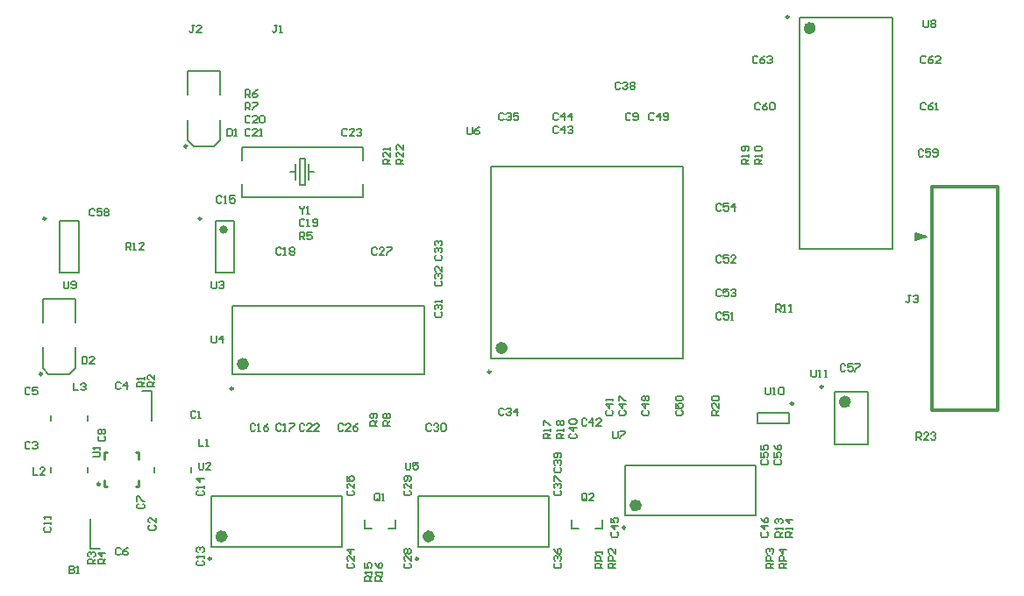
<source format=gbr>
%TF.GenerationSoftware,Altium Limited,Altium Designer,23.10.1 (27)*%
G04 Layer_Color=65535*
%FSLAX45Y45*%
%MOMM*%
%TF.SameCoordinates,E65562DB-48BA-4528-A783-DBC4A45482EB*%
%TF.FilePolarity,Positive*%
%TF.FileFunction,Legend,Top*%
%TF.Part,Single*%
G01*
G75*
%TA.AperFunction,NonConductor*%
%ADD54C,0.25000*%
%ADD64C,0.25400*%
%ADD65C,0.40000*%
%ADD102C,0.60000*%
%ADD103C,0.20000*%
%ADD104C,0.12700*%
%ADD105C,0.30000*%
%ADD106C,0.17000*%
G36*
X3280000Y250000D02*
X3170000Y213333D01*
Y286666D01*
X3280000Y250000D01*
D02*
G37*
D54*
X-3630000Y-2860000D02*
G03*
X-3630000Y-2860000I-12500J0D01*
G01*
X-1630000D02*
G03*
X-1630000Y-2860000I-12500J0D01*
G01*
X370000Y-2560000D02*
G03*
X370000Y-2560000I-12500J0D01*
G01*
X-3727500Y425500D02*
G03*
X-3727500Y425500I-12500J0D01*
G01*
X-932500Y-1055000D02*
G03*
X-932500Y-1055000I-12500J0D01*
G01*
X2277500Y-1200000D02*
G03*
X2277500Y-1200000I-12500J0D01*
G01*
X-3419750Y-1217500D02*
G03*
X-3419750Y-1217500I-12500J0D01*
G01*
X-5262500Y-1075000D02*
G03*
X-5262500Y-1075000I-12500J0D01*
G01*
X-5227500Y425500D02*
G03*
X-5227500Y425500I-12500J0D01*
G01*
X1992500Y-1362500D02*
G03*
X1992500Y-1362500I-12500J0D01*
G01*
X-3862500Y1125000D02*
G03*
X-3862500Y1125000I-12500J0D01*
G01*
X1947500Y2372500D02*
G03*
X1947500Y2372500I-12500J0D01*
G01*
D64*
X-4703200Y-2139700D02*
G03*
X-4703200Y-2139700I-12700J0D01*
G01*
X-4665100Y-1898400D02*
Y-1834900D01*
X-4639700D01*
X-4334900Y-2165100D02*
Y-2101600D01*
X-4360300Y-2165100D02*
X-4334900D01*
Y-1898400D02*
Y-1834900D01*
X-4360300D02*
X-4334900D01*
X-4665100Y-2165100D02*
X-4639700D01*
X-4665100D02*
Y-2101600D01*
D65*
X-3490000Y320000D02*
G03*
X-3490000Y320000I-20000J0D01*
G01*
D102*
X-3500000Y-2645000D02*
G03*
X-3500000Y-2645000I-30000J0D01*
G01*
X-1500000D02*
G03*
X-1500000Y-2645000I-30000J0D01*
G01*
X500000Y-2345000D02*
G03*
X500000Y-2345000I-30000J0D01*
G01*
X-795000Y-825000D02*
G03*
X-795000Y-825000I-30000J0D01*
G01*
X2520000Y-1345000D02*
G03*
X2520000Y-1345000I-30000J0D01*
G01*
X-3295000Y-980000D02*
G03*
X-3295000Y-980000I-30000J0D01*
G01*
X2180000Y2265000D02*
G03*
X2180000Y2265000I-30000J0D01*
G01*
D103*
X-4300000Y-1240000D02*
X-4290000D01*
X-3630000Y-2745000D02*
X-2370000Y-2745000D01*
X-3630000Y-2255000D02*
X-2370000Y-2255000D01*
X-3630000Y-2745000D02*
Y-2255000D01*
X-2370000Y-2745000D02*
Y-2255000D01*
X-1630000Y-2745000D02*
X-370000Y-2745000D01*
X-1630000Y-2255000D02*
X-370000Y-2255000D01*
X-1630000Y-2745000D02*
Y-2255000D01*
X-370000Y-2745000D02*
Y-2255000D01*
X370000Y-2445000D02*
X1630000Y-2445000D01*
X370000Y-1955000D02*
X1630000Y-1955000D01*
X370000Y-2445000D02*
Y-1955000D01*
X1630000Y-2445000D02*
Y-1955000D01*
X-3590000Y-100000D02*
Y400000D01*
X-3410000Y-100000D02*
Y400000D01*
X-3590000D02*
X-3410000D01*
X-3590000Y-100000D02*
X-3410000D01*
X925000Y925000D02*
X925000Y-925000D01*
X-925000Y-925000D02*
Y925000D01*
X925000D01*
X-925000Y-925000D02*
X925000Y-925000D01*
X-1854000Y-2565000D02*
Y-2483500D01*
X-1920000Y-2565000D02*
X-1854000D01*
X-2146000D02*
Y-2483500D01*
Y-2565000D02*
X-2080000D01*
X146000D02*
Y-2483500D01*
X80000Y-2565000D02*
X146000D01*
X-146000D02*
Y-2483500D01*
Y-2565000D02*
X-80000D01*
X2390000Y-1755000D02*
Y-1245000D01*
X2710000Y-1755000D02*
Y-1245000D01*
X2390000D02*
X2710000D01*
X2390000Y-1755000D02*
X2710000D01*
X-3425000Y-1080000D02*
X-1575000D01*
X-3425000Y-420000D02*
X-1575000D01*
X-3425000Y-1080000D02*
Y-420000D01*
X-1575000Y-1080000D02*
Y-420000D01*
X-4175000Y-2025000D02*
Y-1975000D01*
X-3825000Y-2025000D02*
Y-1975000D01*
X-5175000Y-2025000D02*
Y-1975000D01*
X-4825000Y-2025000D02*
Y-1975000D01*
X3170000Y213333D02*
X3280000Y250000D01*
X3170000Y213333D02*
Y286666D01*
X3170001D02*
X3280000Y250000D01*
X-5254999Y-1020000D02*
X-5200001Y-1075000D01*
X-5255000Y-350000D02*
X-4945000Y-350000D01*
X-5000000Y-1075000D02*
X-4945000Y-1020000D01*
X-5200001Y-1075000D02*
X-5000000D01*
X-5255000Y-580000D02*
X-5255000Y-350000D01*
X-4945000Y-350000D02*
X-4945000Y-580000D01*
X-4945000Y-1020000D02*
X-4945000Y-820000D01*
X-5255000Y-820000D02*
X-5254999Y-1020000D01*
X-5090000Y-100000D02*
X-4910000D01*
X-5090000Y400000D02*
X-4910000D01*
Y-100000D02*
Y400000D01*
X-5090000Y-100000D02*
Y400000D01*
X1955000Y-1550000D02*
Y-1450000D01*
X1645000Y-1550000D02*
Y-1450000D01*
X1955000D01*
X1645000Y-1550000D02*
X1955000D01*
X-4800000Y-2760000D02*
X-4700000D01*
X-4800000D02*
Y-2475000D01*
X-4200000Y-1525000D02*
Y-1240000D01*
X-4290000D02*
X-4200000D01*
X-4825000Y-1525000D02*
Y-1475000D01*
X-5175000Y-1525000D02*
Y-1475000D01*
X-3855000Y1380000D02*
X-3854999Y1180000D01*
X-3545000Y1180000D02*
X-3545000Y1380000D01*
X-3545000Y1850000D02*
X-3545000Y1620000D01*
X-3855000Y1620000D02*
X-3855000Y1850000D01*
X-3800001Y1125000D02*
X-3600000D01*
X-3545000Y1180000D01*
X-3855000Y1850000D02*
X-3545000Y1850000D01*
X-3854999Y1180000D02*
X-3800001Y1125000D01*
X2050000Y135000D02*
X2950000Y135000D01*
X2050000Y2365000D02*
X2950000Y2365000D01*
Y135000D02*
Y2365000D01*
X2050000Y135000D02*
Y2365000D01*
D104*
X-2165800Y1116300D02*
X-2165800Y989300D01*
X-3334200Y1116300D02*
X-2165800D01*
X-2686500Y875000D02*
X-2635700D01*
X-2686500Y798800D02*
Y951200D01*
X-2775400Y1002000D02*
X-2724600D01*
Y748000D02*
Y1002000D01*
X-2775400Y748000D02*
X-2724600D01*
X-2775400D02*
Y1002000D01*
X-2813500Y798800D02*
Y951200D01*
X-2864300Y875000D02*
X-2813500D01*
X-2165800Y633700D02*
X-2165800Y760700D01*
X-3334200D02*
X-3334200Y633700D01*
X-3334200Y989300D02*
X-3334200Y1116300D01*
Y633700D02*
X-2165800D01*
D105*
X3332500Y729500D02*
X3967500D01*
X3332500Y-1429500D02*
X3967500D01*
X3332500D02*
Y729500D01*
X3967500Y-1429500D02*
Y729500D01*
D106*
X-2775000Y544978D02*
Y533315D01*
X-2751674Y509989D01*
X-2728348Y533315D01*
Y544978D01*
X-2751674Y509989D02*
Y475000D01*
X-2705023D02*
X-2681697D01*
X-2693360D01*
Y544978D01*
X-2705023Y533315D01*
X-2316547Y1283315D02*
X-2328210Y1294978D01*
X-2351536D01*
X-2363199Y1283315D01*
Y1236663D01*
X-2351536Y1225000D01*
X-2328210D01*
X-2316547Y1236663D01*
X-2246570Y1225000D02*
X-2293221D01*
X-2246570Y1271652D01*
Y1283315D01*
X-2258233Y1294978D01*
X-2281559D01*
X-2293221Y1283315D01*
X-2223244D02*
X-2211581Y1294978D01*
X-2188255D01*
X-2176592Y1283315D01*
Y1271652D01*
X-2188255Y1259989D01*
X-2199918D01*
X-2188255D01*
X-2176592Y1248326D01*
Y1236663D01*
X-2188255Y1225000D01*
X-2211581D01*
X-2223244Y1236663D01*
X-3253348Y1283315D02*
X-3265011Y1294978D01*
X-3288337D01*
X-3300000Y1283315D01*
Y1236663D01*
X-3288337Y1225000D01*
X-3265011D01*
X-3253348Y1236663D01*
X-3183371Y1225000D02*
X-3230022D01*
X-3183371Y1271652D01*
Y1283315D01*
X-3195034Y1294978D01*
X-3218360D01*
X-3230022Y1283315D01*
X-3160045Y1225000D02*
X-3136719D01*
X-3148382D01*
Y1294978D01*
X-3160045Y1283315D01*
X-4451801Y125000D02*
Y194978D01*
X-4416812D01*
X-4405149Y183315D01*
Y159989D01*
X-4416812Y148326D01*
X-4451801D01*
X-4428475D02*
X-4405149Y125000D01*
X-4381823D02*
X-4358498D01*
X-4370160D01*
Y194978D01*
X-4381823Y183315D01*
X-4276857Y125000D02*
X-4323509D01*
X-4276857Y171652D01*
Y183315D01*
X-4288520Y194978D01*
X-4311846D01*
X-4323509Y183315D01*
X-3300000Y1475000D02*
Y1544978D01*
X-3265011D01*
X-3253348Y1533315D01*
Y1509989D01*
X-3265011Y1498326D01*
X-3300000D01*
X-3276674D02*
X-3253348Y1475000D01*
X-3230022Y1544978D02*
X-3183371D01*
Y1533315D01*
X-3230022Y1486663D01*
Y1475000D01*
X-3300000Y1600000D02*
Y1669978D01*
X-3265011D01*
X-3253348Y1658315D01*
Y1634989D01*
X-3265011Y1623326D01*
X-3300000D01*
X-3276674D02*
X-3253348Y1600000D01*
X-3183371Y1669978D02*
X-3206697Y1658315D01*
X-3230022Y1634989D01*
Y1611663D01*
X-3218360Y1600000D01*
X-3195034D01*
X-3183371Y1611663D01*
Y1623326D01*
X-3195034Y1634989D01*
X-3230022D01*
X-2775000Y225000D02*
Y294978D01*
X-2740011D01*
X-2728348Y283315D01*
Y259989D01*
X-2740011Y248326D01*
X-2775000D01*
X-2751674D02*
X-2728348Y225000D01*
X-2658371Y294978D02*
X-2705023D01*
Y259989D01*
X-2681697Y271652D01*
X-2670034D01*
X-2658371Y259989D01*
Y236663D01*
X-2670034Y225000D01*
X-2693360D01*
X-2705023Y236663D01*
X-3253348Y1408315D02*
X-3265011Y1419978D01*
X-3288337D01*
X-3300000Y1408315D01*
Y1361663D01*
X-3288337Y1350000D01*
X-3265011D01*
X-3253348Y1361663D01*
X-3183371Y1350000D02*
X-3230022D01*
X-3183371Y1396652D01*
Y1408315D01*
X-3195034Y1419978D01*
X-3218360D01*
X-3230022Y1408315D01*
X-3160045D02*
X-3148382Y1419978D01*
X-3125056D01*
X-3113393Y1408315D01*
Y1361663D01*
X-3125056Y1350000D01*
X-3148382D01*
X-3160045Y1361663D01*
Y1408315D01*
X-2728348Y408315D02*
X-2740011Y419978D01*
X-2763337D01*
X-2775000Y408315D01*
Y361663D01*
X-2763337Y350000D01*
X-2740011D01*
X-2728348Y361663D01*
X-2705023Y350000D02*
X-2681697D01*
X-2693360D01*
Y419978D01*
X-2705023Y408315D01*
X-2646708Y361663D02*
X-2635045Y350000D01*
X-2611719D01*
X-2600056Y361663D01*
Y408315D01*
X-2611719Y419978D01*
X-2635045D01*
X-2646708Y408315D01*
Y396652D01*
X-2635045Y384989D01*
X-2600056D01*
X-308315Y-1978348D02*
X-319978Y-1990011D01*
Y-2013337D01*
X-308315Y-2025000D01*
X-261663D01*
X-250000Y-2013337D01*
Y-1990011D01*
X-261663Y-1978348D01*
X-308315Y-1955023D02*
X-319978Y-1943360D01*
Y-1920034D01*
X-308315Y-1908371D01*
X-296652D01*
X-284989Y-1920034D01*
Y-1931697D01*
Y-1920034D01*
X-273326Y-1908371D01*
X-261663D01*
X-250000Y-1920034D01*
Y-1943360D01*
X-261663Y-1955023D01*
Y-1885045D02*
X-250000Y-1873382D01*
Y-1850056D01*
X-261663Y-1838393D01*
X-308315D01*
X-319978Y-1850056D01*
Y-1873382D01*
X-308315Y-1885045D01*
X-296652D01*
X-284989Y-1873382D01*
Y-1838393D01*
X321652Y1733315D02*
X309989Y1744977D01*
X286663D01*
X275000Y1733315D01*
Y1686663D01*
X286663Y1675000D01*
X309989D01*
X321652Y1686663D01*
X344977Y1733315D02*
X356640Y1744977D01*
X379966D01*
X391629Y1733315D01*
Y1721652D01*
X379966Y1709989D01*
X368303D01*
X379966D01*
X391629Y1698326D01*
Y1686663D01*
X379966Y1675000D01*
X356640D01*
X344977Y1686663D01*
X414955Y1733315D02*
X426618Y1744977D01*
X449944D01*
X461607Y1733315D01*
Y1721652D01*
X449944Y1709989D01*
X461607Y1698326D01*
Y1686663D01*
X449944Y1675000D01*
X426618D01*
X414955Y1686663D01*
Y1698326D01*
X426618Y1709989D01*
X414955Y1721652D01*
Y1733315D01*
X426618Y1709989D02*
X449944D01*
X-3348Y-1516685D02*
X-15011Y-1505022D01*
X-38337D01*
X-50000Y-1516685D01*
Y-1563337D01*
X-38337Y-1575000D01*
X-15011D01*
X-3348Y-1563337D01*
X54966Y-1575000D02*
Y-1505022D01*
X19978Y-1540011D01*
X66629D01*
X136607Y-1575000D02*
X89955D01*
X136607Y-1528348D01*
Y-1516685D01*
X124944Y-1505022D01*
X101618D01*
X89955Y-1516685D01*
X1296652Y-266686D02*
X1284989Y-255023D01*
X1261663D01*
X1250000Y-266686D01*
Y-313337D01*
X1261663Y-325000D01*
X1284989D01*
X1296652Y-313337D01*
X1366629Y-255023D02*
X1319978D01*
Y-290011D01*
X1343303Y-278348D01*
X1354966D01*
X1366629Y-290011D01*
Y-313337D01*
X1354966Y-325000D01*
X1331640D01*
X1319978Y-313337D01*
X1389955Y-266686D02*
X1401618Y-255023D01*
X1424944D01*
X1436607Y-266686D01*
Y-278348D01*
X1424944Y-290011D01*
X1413281D01*
X1424944D01*
X1436607Y-301674D01*
Y-313337D01*
X1424944Y-325000D01*
X1401618D01*
X1389955Y-313337D01*
X-278348Y1433315D02*
X-290011Y1444978D01*
X-313337D01*
X-325000Y1433315D01*
Y1386663D01*
X-313337Y1375000D01*
X-290011D01*
X-278348Y1386663D01*
X-220034Y1375000D02*
Y1444978D01*
X-255023Y1409989D01*
X-208371D01*
X-150056Y1375000D02*
Y1444978D01*
X-185045Y1409989D01*
X-138393D01*
X-1458315Y71652D02*
X-1469978Y59989D01*
Y36663D01*
X-1458315Y25000D01*
X-1411663D01*
X-1400000Y36663D01*
Y59989D01*
X-1411663Y71652D01*
X-1458315Y94977D02*
X-1469978Y106640D01*
Y129966D01*
X-1458315Y141629D01*
X-1446652D01*
X-1434989Y129966D01*
Y118303D01*
Y129966D01*
X-1423326Y141629D01*
X-1411663D01*
X-1400000Y129966D01*
Y106640D01*
X-1411663Y94977D01*
X-1458315Y164955D02*
X-1469978Y176618D01*
Y199944D01*
X-1458315Y211607D01*
X-1446652D01*
X-1434989Y199944D01*
Y188281D01*
Y199944D01*
X-1423326Y211607D01*
X-1411663D01*
X-1400000Y199944D01*
Y176618D01*
X-1411663Y164955D01*
X316685Y-1428348D02*
X305023Y-1440011D01*
Y-1463337D01*
X316685Y-1475000D01*
X363337D01*
X375000Y-1463337D01*
Y-1440011D01*
X363337Y-1428348D01*
X375000Y-1370034D02*
X305023D01*
X340011Y-1405023D01*
Y-1358371D01*
X305023Y-1335045D02*
Y-1288393D01*
X316685D01*
X363337Y-1335045D01*
X375000D01*
X1691685Y-2603348D02*
X1680023Y-2615011D01*
Y-2638337D01*
X1691685Y-2650000D01*
X1738337D01*
X1750000Y-2638337D01*
Y-2615011D01*
X1738337Y-2603348D01*
X1750000Y-2545034D02*
X1680023D01*
X1715011Y-2580023D01*
Y-2533371D01*
X1680023Y-2463393D02*
X1691685Y-2486719D01*
X1715011Y-2510045D01*
X1738337D01*
X1750000Y-2498382D01*
Y-2475056D01*
X1738337Y-2463393D01*
X1726674D01*
X1715011Y-2475056D01*
Y-2510045D01*
X241685Y-2603348D02*
X230022Y-2615011D01*
Y-2638337D01*
X241685Y-2650000D01*
X288337D01*
X300000Y-2638337D01*
Y-2615011D01*
X288337Y-2603348D01*
X300000Y-2545034D02*
X230022D01*
X265011Y-2580023D01*
Y-2533371D01*
X230022Y-2463393D02*
Y-2510045D01*
X265011D01*
X253348Y-2486719D01*
Y-2475056D01*
X265011Y-2463393D01*
X288337D01*
X300000Y-2475056D01*
Y-2498382D01*
X288337Y-2510045D01*
X1816685Y-1903348D02*
X1805023Y-1915011D01*
Y-1938337D01*
X1816685Y-1950000D01*
X1863337D01*
X1875000Y-1938337D01*
Y-1915011D01*
X1863337Y-1903348D01*
X1805023Y-1833371D02*
Y-1880022D01*
X1840011D01*
X1828348Y-1856697D01*
Y-1845034D01*
X1840011Y-1833371D01*
X1863337D01*
X1875000Y-1845034D01*
Y-1868359D01*
X1863337Y-1880022D01*
X1805023Y-1763393D02*
X1816685Y-1786719D01*
X1840011Y-1810045D01*
X1863337D01*
X1875000Y-1798382D01*
Y-1775056D01*
X1863337Y-1763393D01*
X1851674D01*
X1840011Y-1775056D01*
Y-1810045D01*
X1691685Y-1903348D02*
X1680023Y-1915011D01*
Y-1938337D01*
X1691685Y-1950000D01*
X1738337D01*
X1750000Y-1938337D01*
Y-1915011D01*
X1738337Y-1903348D01*
X1680023Y-1833371D02*
Y-1880022D01*
X1715011D01*
X1703348Y-1856697D01*
Y-1845034D01*
X1715011Y-1833371D01*
X1738337D01*
X1750000Y-1845034D01*
Y-1868359D01*
X1738337Y-1880022D01*
X1680023Y-1763393D02*
Y-1810045D01*
X1715011D01*
X1703348Y-1786719D01*
Y-1775056D01*
X1715011Y-1763393D01*
X1738337D01*
X1750000Y-1775056D01*
Y-1798382D01*
X1738337Y-1810045D01*
X-1758314Y-2203348D02*
X-1769977Y-2215011D01*
Y-2238337D01*
X-1758314Y-2250000D01*
X-1711663D01*
X-1700000Y-2238337D01*
Y-2215011D01*
X-1711663Y-2203348D01*
X-1700000Y-2133371D02*
Y-2180023D01*
X-1746652Y-2133371D01*
X-1758314D01*
X-1769977Y-2145034D01*
Y-2168360D01*
X-1758314Y-2180023D01*
X-1711663Y-2110045D02*
X-1700000Y-2098382D01*
Y-2075056D01*
X-1711663Y-2063393D01*
X-1758314D01*
X-1769977Y-2075056D01*
Y-2098382D01*
X-1758314Y-2110045D01*
X-1746652D01*
X-1734989Y-2098382D01*
Y-2063393D01*
X-1758314Y-2903348D02*
X-1769977Y-2915011D01*
Y-2938337D01*
X-1758314Y-2950000D01*
X-1711663D01*
X-1700000Y-2938337D01*
Y-2915011D01*
X-1711663Y-2903348D01*
X-1700000Y-2833371D02*
Y-2880022D01*
X-1746652Y-2833371D01*
X-1758314D01*
X-1769977Y-2845034D01*
Y-2868360D01*
X-1758314Y-2880022D01*
Y-2810045D02*
X-1769977Y-2798382D01*
Y-2775056D01*
X-1758314Y-2763393D01*
X-1746652D01*
X-1734989Y-2775056D01*
X-1723326Y-2763393D01*
X-1711663D01*
X-1700000Y-2775056D01*
Y-2798382D01*
X-1711663Y-2810045D01*
X-1723326D01*
X-1734989Y-2798382D01*
X-1746652Y-2810045D01*
X-1758314D01*
X-1734989Y-2798382D02*
Y-2775056D01*
X-308315Y-2203348D02*
X-319978Y-2215011D01*
Y-2238337D01*
X-308315Y-2250000D01*
X-261663D01*
X-250000Y-2238337D01*
Y-2215011D01*
X-261663Y-2203348D01*
X-308315Y-2180023D02*
X-319978Y-2168360D01*
Y-2145034D01*
X-308315Y-2133371D01*
X-296652D01*
X-284989Y-2145034D01*
Y-2156697D01*
Y-2145034D01*
X-273326Y-2133371D01*
X-261663D01*
X-250000Y-2145034D01*
Y-2168360D01*
X-261663Y-2180023D01*
X-319978Y-2110045D02*
Y-2063393D01*
X-308315D01*
X-261663Y-2110045D01*
X-250000D01*
X-308315Y-2903348D02*
X-319978Y-2915011D01*
Y-2938337D01*
X-308315Y-2950000D01*
X-261663D01*
X-250000Y-2938337D01*
Y-2915011D01*
X-261663Y-2903348D01*
X-308315Y-2880022D02*
X-319978Y-2868360D01*
Y-2845034D01*
X-308315Y-2833371D01*
X-296652D01*
X-284989Y-2845034D01*
Y-2856697D01*
Y-2845034D01*
X-273326Y-2833371D01*
X-261663D01*
X-250000Y-2845034D01*
Y-2868360D01*
X-261663Y-2880022D01*
X-319978Y-2763393D02*
X-308315Y-2786719D01*
X-284989Y-2810045D01*
X-261663D01*
X-250000Y-2798382D01*
Y-2775056D01*
X-261663Y-2763393D01*
X-273326D01*
X-284989Y-2775056D01*
Y-2810045D01*
X-3758315Y-2203348D02*
X-3769977Y-2215011D01*
Y-2238337D01*
X-3758315Y-2250000D01*
X-3711663D01*
X-3700000Y-2238337D01*
Y-2215011D01*
X-3711663Y-2203348D01*
X-3700000Y-2180023D02*
Y-2156697D01*
Y-2168360D01*
X-3769977D01*
X-3758315Y-2180023D01*
X-3700000Y-2086719D02*
X-3769977D01*
X-3734989Y-2121708D01*
Y-2075056D01*
X-3758315Y-2878348D02*
X-3769977Y-2890011D01*
Y-2913337D01*
X-3758315Y-2925000D01*
X-3711663D01*
X-3700000Y-2913337D01*
Y-2890011D01*
X-3711663Y-2878348D01*
X-3700000Y-2855022D02*
Y-2831697D01*
Y-2843360D01*
X-3769977D01*
X-3758315Y-2855022D01*
Y-2796708D02*
X-3769977Y-2785045D01*
Y-2761719D01*
X-3758315Y-2750056D01*
X-3746652D01*
X-3734989Y-2761719D01*
Y-2773382D01*
Y-2761719D01*
X-3723326Y-2750056D01*
X-3711663D01*
X-3700000Y-2761719D01*
Y-2785045D01*
X-3711663Y-2796708D01*
X-2308315Y-2203348D02*
X-2319978Y-2215011D01*
Y-2238337D01*
X-2308315Y-2250000D01*
X-2261663D01*
X-2250000Y-2238337D01*
Y-2215011D01*
X-2261663Y-2203348D01*
X-2250000Y-2133371D02*
Y-2180023D01*
X-2296652Y-2133371D01*
X-2308315D01*
X-2319978Y-2145034D01*
Y-2168360D01*
X-2308315Y-2180023D01*
X-2319978Y-2063393D02*
Y-2110045D01*
X-2284989D01*
X-2296652Y-2086719D01*
Y-2075056D01*
X-2284989Y-2063393D01*
X-2261663D01*
X-2250000Y-2075056D01*
Y-2098382D01*
X-2261663Y-2110045D01*
X-2308315Y-2903348D02*
X-2319978Y-2915011D01*
Y-2938337D01*
X-2308315Y-2950000D01*
X-2261663D01*
X-2250000Y-2938337D01*
Y-2915011D01*
X-2261663Y-2903348D01*
X-2250000Y-2833371D02*
Y-2880022D01*
X-2296652Y-2833371D01*
X-2308315D01*
X-2319978Y-2845034D01*
Y-2868360D01*
X-2308315Y-2880022D01*
X-2250000Y-2775056D02*
X-2319978D01*
X-2284989Y-2810045D01*
Y-2763393D01*
X2496652Y-991685D02*
X2484989Y-980022D01*
X2461663D01*
X2450000Y-991685D01*
Y-1038337D01*
X2461663Y-1050000D01*
X2484989D01*
X2496652Y-1038337D01*
X2566629Y-980022D02*
X2519977D01*
Y-1015011D01*
X2543303Y-1003348D01*
X2554966D01*
X2566629Y-1015011D01*
Y-1038337D01*
X2554966Y-1050000D01*
X2531640D01*
X2519977Y-1038337D01*
X2589955Y-980022D02*
X2636607D01*
Y-991685D01*
X2589955Y-1038337D01*
Y-1050000D01*
X866685Y-1428348D02*
X855022Y-1440011D01*
Y-1463337D01*
X866685Y-1475000D01*
X913337D01*
X925000Y-1463337D01*
Y-1440011D01*
X913337Y-1428348D01*
X855022Y-1358371D02*
Y-1405023D01*
X890011D01*
X878348Y-1381697D01*
Y-1370034D01*
X890011Y-1358371D01*
X913337D01*
X925000Y-1370034D01*
Y-1393360D01*
X913337Y-1405023D01*
X866685Y-1335045D02*
X855022Y-1323382D01*
Y-1300056D01*
X866685Y-1288393D01*
X913337D01*
X925000Y-1300056D01*
Y-1323382D01*
X913337Y-1335045D01*
X866685D01*
X1296652Y-491685D02*
X1284989Y-480022D01*
X1261663D01*
X1250000Y-491685D01*
Y-538337D01*
X1261663Y-550000D01*
X1284989D01*
X1296652Y-538337D01*
X1366629Y-480022D02*
X1319978D01*
Y-515011D01*
X1343303Y-503348D01*
X1354966D01*
X1366629Y-515011D01*
Y-538337D01*
X1354966Y-550000D01*
X1331640D01*
X1319978Y-538337D01*
X1389955Y-550000D02*
X1413281D01*
X1401618D01*
Y-480022D01*
X1389955Y-491685D01*
X191685Y-1428348D02*
X180022Y-1440011D01*
Y-1463337D01*
X191685Y-1475000D01*
X238337D01*
X250000Y-1463337D01*
Y-1440011D01*
X238337Y-1428348D01*
X250000Y-1370034D02*
X180022D01*
X215011Y-1405023D01*
Y-1358371D01*
X250000Y-1335045D02*
Y-1311719D01*
Y-1323382D01*
X180022D01*
X191685Y-1335045D01*
X646652Y1433315D02*
X634989Y1444978D01*
X611663D01*
X600000Y1433315D01*
Y1386663D01*
X611663Y1375000D01*
X634989D01*
X646652Y1386663D01*
X704966Y1375000D02*
Y1444978D01*
X669978Y1409989D01*
X716629D01*
X739955Y1386663D02*
X751618Y1375000D01*
X774944D01*
X786607Y1386663D01*
Y1433315D01*
X774944Y1444978D01*
X751618D01*
X739955Y1433315D01*
Y1421652D01*
X751618Y1409989D01*
X786607D01*
X-158315Y-1653348D02*
X-169978Y-1665011D01*
Y-1688337D01*
X-158315Y-1700000D01*
X-111663D01*
X-100000Y-1688337D01*
Y-1665011D01*
X-111663Y-1653348D01*
X-100000Y-1595034D02*
X-169978D01*
X-134989Y-1630022D01*
Y-1583371D01*
X-158315Y-1560045D02*
X-169978Y-1548382D01*
Y-1525056D01*
X-158315Y-1513393D01*
X-111663D01*
X-100000Y-1525056D01*
Y-1548382D01*
X-111663Y-1560045D01*
X-158315D01*
X421652Y1433315D02*
X409989Y1444978D01*
X386663D01*
X375000Y1433315D01*
Y1386663D01*
X386663Y1375000D01*
X409989D01*
X421652Y1386663D01*
X444978D02*
X456640Y1375000D01*
X479966D01*
X491629Y1386663D01*
Y1433315D01*
X479966Y1444978D01*
X456640D01*
X444978Y1433315D01*
Y1421652D01*
X456640Y1409989D01*
X491629D01*
X-1503348Y-1566685D02*
X-1515011Y-1555023D01*
X-1538337D01*
X-1550000Y-1566685D01*
Y-1613337D01*
X-1538337Y-1625000D01*
X-1515011D01*
X-1503348Y-1613337D01*
X-1480022Y-1566685D02*
X-1468360Y-1555023D01*
X-1445034D01*
X-1433371Y-1566685D01*
Y-1578348D01*
X-1445034Y-1590011D01*
X-1456697D01*
X-1445034D01*
X-1433371Y-1601674D01*
Y-1613337D01*
X-1445034Y-1625000D01*
X-1468360D01*
X-1480022Y-1613337D01*
X-1410045Y-1566685D02*
X-1398382Y-1555023D01*
X-1375056D01*
X-1363393Y-1566685D01*
Y-1613337D01*
X-1375056Y-1625000D01*
X-1398382D01*
X-1410045Y-1613337D01*
Y-1566685D01*
X-803348Y-1416686D02*
X-815011Y-1405023D01*
X-838337D01*
X-850000Y-1416686D01*
Y-1463337D01*
X-838337Y-1475000D01*
X-815011D01*
X-803348Y-1463337D01*
X-780023Y-1416686D02*
X-768360Y-1405023D01*
X-745034D01*
X-733371Y-1416686D01*
Y-1428348D01*
X-745034Y-1440011D01*
X-756697D01*
X-745034D01*
X-733371Y-1451674D01*
Y-1463337D01*
X-745034Y-1475000D01*
X-768360D01*
X-780023Y-1463337D01*
X-675056Y-1475000D02*
Y-1405023D01*
X-710045Y-1440011D01*
X-663393D01*
X-1458315Y-478348D02*
X-1469978Y-490011D01*
Y-513337D01*
X-1458315Y-525000D01*
X-1411663D01*
X-1400000Y-513337D01*
Y-490011D01*
X-1411663Y-478348D01*
X-1458315Y-455022D02*
X-1469978Y-443360D01*
Y-420034D01*
X-1458315Y-408371D01*
X-1446652D01*
X-1434989Y-420034D01*
Y-431697D01*
Y-420034D01*
X-1423326Y-408371D01*
X-1411663D01*
X-1400000Y-420034D01*
Y-443360D01*
X-1411663Y-455022D01*
X-1400000Y-385045D02*
Y-361719D01*
Y-373382D01*
X-1469978D01*
X-1458315Y-385045D01*
Y-178348D02*
X-1469978Y-190011D01*
Y-213337D01*
X-1458315Y-225000D01*
X-1411663D01*
X-1400000Y-213337D01*
Y-190011D01*
X-1411663Y-178348D01*
X-1458315Y-155023D02*
X-1469978Y-143360D01*
Y-120034D01*
X-1458315Y-108371D01*
X-1446652D01*
X-1434989Y-120034D01*
Y-131697D01*
Y-120034D01*
X-1423326Y-108371D01*
X-1411663D01*
X-1400000Y-120034D01*
Y-143360D01*
X-1411663Y-155023D01*
X-1400000Y-38393D02*
Y-85045D01*
X-1446652Y-38393D01*
X-1458315D01*
X-1469978Y-50056D01*
Y-73382D01*
X-1458315Y-85045D01*
X-278348Y1308315D02*
X-290011Y1319978D01*
X-313337D01*
X-325000Y1308315D01*
Y1261663D01*
X-313337Y1250000D01*
X-290011D01*
X-278348Y1261663D01*
X-220034Y1250000D02*
Y1319978D01*
X-255023Y1284989D01*
X-208371D01*
X-185045Y1308315D02*
X-173382Y1319978D01*
X-150056D01*
X-138393Y1308315D01*
Y1296652D01*
X-150056Y1284989D01*
X-161719D01*
X-150056D01*
X-138393Y1273326D01*
Y1261663D01*
X-150056Y1250000D01*
X-173382D01*
X-185045Y1261663D01*
X-803348Y1433315D02*
X-815011Y1444978D01*
X-838337D01*
X-850000Y1433315D01*
Y1386663D01*
X-838337Y1375000D01*
X-815011D01*
X-803348Y1386663D01*
X-780023Y1433315D02*
X-768360Y1444978D01*
X-745034D01*
X-733371Y1433315D01*
Y1421652D01*
X-745034Y1409989D01*
X-756697D01*
X-745034D01*
X-733371Y1398326D01*
Y1386663D01*
X-745034Y1375000D01*
X-768360D01*
X-780023Y1386663D01*
X-663393Y1444978D02*
X-710045D01*
Y1409989D01*
X-686719Y1421652D01*
X-675056D01*
X-663393Y1409989D01*
Y1386663D01*
X-675056Y1375000D01*
X-698382D01*
X-710045Y1386663D01*
X1296652Y558315D02*
X1284989Y569978D01*
X1261663D01*
X1250000Y558315D01*
Y511663D01*
X1261663Y500000D01*
X1284989D01*
X1296652Y511663D01*
X1366629Y569978D02*
X1319978D01*
Y534989D01*
X1343303Y546652D01*
X1354966D01*
X1366629Y534989D01*
Y511663D01*
X1354966Y500000D01*
X1331640D01*
X1319978Y511663D01*
X1424944Y500000D02*
Y569978D01*
X1389955Y534989D01*
X1436607D01*
X541685Y-1428348D02*
X530023Y-1440011D01*
Y-1463337D01*
X541685Y-1475000D01*
X588337D01*
X600000Y-1463337D01*
Y-1440011D01*
X588337Y-1428348D01*
X600000Y-1370034D02*
X530023D01*
X565011Y-1405023D01*
Y-1358371D01*
X541685Y-1335045D02*
X530023Y-1323382D01*
Y-1300056D01*
X541685Y-1288393D01*
X553348D01*
X565011Y-1300056D01*
X576674Y-1288393D01*
X588337D01*
X600000Y-1300056D01*
Y-1323382D01*
X588337Y-1335045D01*
X576674D01*
X565011Y-1323382D01*
X553348Y-1335045D01*
X541685D01*
X565011Y-1323382D02*
Y-1300056D01*
X1296652Y58315D02*
X1284989Y69978D01*
X1261663D01*
X1250000Y58315D01*
Y11663D01*
X1261663Y0D01*
X1284989D01*
X1296652Y11663D01*
X1366629Y69978D02*
X1319978D01*
Y34989D01*
X1343303Y46652D01*
X1354966D01*
X1366629Y34989D01*
Y11663D01*
X1354966Y0D01*
X1331640D01*
X1319978Y11663D01*
X1436607Y0D02*
X1389955D01*
X1436607Y46652D01*
Y58315D01*
X1424944Y69978D01*
X1401618D01*
X1389955Y58315D01*
X-2028348Y133315D02*
X-2040011Y144978D01*
X-2063337D01*
X-2075000Y133315D01*
Y86663D01*
X-2063337Y75000D01*
X-2040011D01*
X-2028348Y86663D01*
X-1958371Y75000D02*
X-2005022D01*
X-1958371Y121652D01*
Y133315D01*
X-1970034Y144978D01*
X-1993359D01*
X-2005022Y133315D01*
X-1935045Y144978D02*
X-1888393D01*
Y133315D01*
X-1935045Y86663D01*
Y75000D01*
X-2953348Y133315D02*
X-2965011Y144978D01*
X-2988337D01*
X-3000000Y133315D01*
Y86663D01*
X-2988337Y75000D01*
X-2965011D01*
X-2953348Y86663D01*
X-2930023Y75000D02*
X-2906697D01*
X-2918360D01*
Y144978D01*
X-2930023Y133315D01*
X-2871708D02*
X-2860045Y144978D01*
X-2836719D01*
X-2825056Y133315D01*
Y121652D01*
X-2836719Y109989D01*
X-2825056Y98326D01*
Y86663D01*
X-2836719Y75000D01*
X-2860045D01*
X-2871708Y86663D01*
Y98326D01*
X-2860045Y109989D01*
X-2871708Y121652D01*
Y133315D01*
X-2860045Y109989D02*
X-2836719D01*
X-2353348Y-1566685D02*
X-2365011Y-1555023D01*
X-2388337D01*
X-2400000Y-1566685D01*
Y-1613337D01*
X-2388337Y-1625000D01*
X-2365011D01*
X-2353348Y-1613337D01*
X-2283371Y-1625000D02*
X-2330023D01*
X-2283371Y-1578348D01*
Y-1566685D01*
X-2295034Y-1555023D01*
X-2318360D01*
X-2330023Y-1566685D01*
X-2213393Y-1555023D02*
X-2236719Y-1566685D01*
X-2260045Y-1590011D01*
Y-1613337D01*
X-2248382Y-1625000D01*
X-2225056D01*
X-2213393Y-1613337D01*
Y-1601674D01*
X-2225056Y-1590011D01*
X-2260045D01*
X-2728348Y-1566685D02*
X-2740011Y-1555023D01*
X-2763337D01*
X-2775000Y-1566685D01*
Y-1613337D01*
X-2763337Y-1625000D01*
X-2740011D01*
X-2728348Y-1613337D01*
X-2658371Y-1625000D02*
X-2705023D01*
X-2658371Y-1578348D01*
Y-1566685D01*
X-2670034Y-1555023D01*
X-2693360D01*
X-2705023Y-1566685D01*
X-2588393Y-1625000D02*
X-2635045D01*
X-2588393Y-1578348D01*
Y-1566685D01*
X-2600056Y-1555023D01*
X-2623382D01*
X-2635045Y-1566685D01*
X-2953348D02*
X-2965011Y-1555023D01*
X-2988337D01*
X-3000000Y-1566685D01*
Y-1613337D01*
X-2988337Y-1625000D01*
X-2965011D01*
X-2953348Y-1613337D01*
X-2930023Y-1625000D02*
X-2906697D01*
X-2918360D01*
Y-1555023D01*
X-2930023Y-1566685D01*
X-2871708Y-1555023D02*
X-2825056D01*
Y-1566685D01*
X-2871708Y-1613337D01*
Y-1625000D01*
X-3203348Y-1566685D02*
X-3215011Y-1555023D01*
X-3238337D01*
X-3250000Y-1566685D01*
Y-1613337D01*
X-3238337Y-1625000D01*
X-3215011D01*
X-3203348Y-1613337D01*
X-3180023Y-1625000D02*
X-3156697D01*
X-3168360D01*
Y-1555023D01*
X-3180023Y-1566685D01*
X-3075056Y-1555023D02*
X-3098382Y-1566685D01*
X-3121708Y-1590011D01*
Y-1613337D01*
X-3110045Y-1625000D01*
X-3086719D01*
X-3075056Y-1613337D01*
Y-1601674D01*
X-3086719Y-1590011D01*
X-3121708D01*
X-3528348Y633315D02*
X-3540011Y644978D01*
X-3563337D01*
X-3575000Y633315D01*
Y586663D01*
X-3563337Y575000D01*
X-3540011D01*
X-3528348Y586663D01*
X-3505022Y575000D02*
X-3481697D01*
X-3493360D01*
Y644978D01*
X-3505022Y633315D01*
X-3400056Y644978D02*
X-3446708D01*
Y609989D01*
X-3423382Y621652D01*
X-3411719D01*
X-3400056Y609989D01*
Y586663D01*
X-3411719Y575000D01*
X-3435045D01*
X-3446708Y586663D01*
X-4755158Y508314D02*
X-4766821Y519977D01*
X-4790147D01*
X-4801810Y508314D01*
Y461663D01*
X-4790147Y450000D01*
X-4766821D01*
X-4755158Y461663D01*
X-4685181Y519977D02*
X-4731832D01*
Y484989D01*
X-4708506Y496652D01*
X-4696844D01*
X-4685181Y484989D01*
Y461663D01*
X-4696844Y450000D01*
X-4720169D01*
X-4731832Y461663D01*
X-4661855Y508314D02*
X-4650192Y519977D01*
X-4626866D01*
X-4615203Y508314D01*
Y496652D01*
X-4626866Y484989D01*
X-4615203Y473326D01*
Y461663D01*
X-4626866Y450000D01*
X-4650192D01*
X-4661855Y461663D01*
Y473326D01*
X-4650192Y484989D01*
X-4661855Y496652D01*
Y508314D01*
X-4650192Y484989D02*
X-4626866D01*
X3246652Y1083315D02*
X3234989Y1094977D01*
X3211663D01*
X3200000Y1083315D01*
Y1036663D01*
X3211663Y1025000D01*
X3234989D01*
X3246652Y1036663D01*
X3316629Y1094977D02*
X3269977D01*
Y1059989D01*
X3293303Y1071652D01*
X3304966D01*
X3316629Y1059989D01*
Y1036663D01*
X3304966Y1025000D01*
X3281640D01*
X3269977Y1036663D01*
X3339955D02*
X3351618Y1025000D01*
X3374944D01*
X3386607Y1036663D01*
Y1083315D01*
X3374944Y1094977D01*
X3351618D01*
X3339955Y1083315D01*
Y1071652D01*
X3351618Y1059989D01*
X3386607D01*
X3271652Y1533315D02*
X3259989Y1544978D01*
X3236663D01*
X3225000Y1533315D01*
Y1486663D01*
X3236663Y1475000D01*
X3259989D01*
X3271652Y1486663D01*
X3341629Y1544978D02*
X3318303Y1533315D01*
X3294977Y1509989D01*
Y1486663D01*
X3306640Y1475000D01*
X3329966D01*
X3341629Y1486663D01*
Y1498326D01*
X3329966Y1509989D01*
X3294977D01*
X3364955Y1475000D02*
X3388281D01*
X3376618D01*
Y1544978D01*
X3364955Y1533315D01*
X1671652D02*
X1659989Y1544978D01*
X1636663D01*
X1625000Y1533315D01*
Y1486663D01*
X1636663Y1475000D01*
X1659989D01*
X1671652Y1486663D01*
X1741629Y1544978D02*
X1718303Y1533315D01*
X1694978Y1509989D01*
Y1486663D01*
X1706640Y1475000D01*
X1729966D01*
X1741629Y1486663D01*
Y1498326D01*
X1729966Y1509989D01*
X1694978D01*
X1764955Y1533315D02*
X1776618Y1544978D01*
X1799944D01*
X1811607Y1533315D01*
Y1486663D01*
X1799944Y1475000D01*
X1776618D01*
X1764955Y1486663D01*
Y1533315D01*
X3271652Y1983315D02*
X3259989Y1994977D01*
X3236663D01*
X3225000Y1983315D01*
Y1936663D01*
X3236663Y1925000D01*
X3259989D01*
X3271652Y1936663D01*
X3341629Y1994977D02*
X3318303Y1983315D01*
X3294977Y1959989D01*
Y1936663D01*
X3306640Y1925000D01*
X3329966D01*
X3341629Y1936663D01*
Y1948326D01*
X3329966Y1959989D01*
X3294977D01*
X3411607Y1925000D02*
X3364955D01*
X3411607Y1971652D01*
Y1983315D01*
X3399944Y1994977D01*
X3376618D01*
X3364955Y1983315D01*
X1646652D02*
X1634989Y1994977D01*
X1611663D01*
X1600000Y1983315D01*
Y1936663D01*
X1611663Y1925000D01*
X1634989D01*
X1646652Y1936663D01*
X1716629Y1994977D02*
X1693303Y1983315D01*
X1669978Y1959989D01*
Y1936663D01*
X1681641Y1925000D01*
X1704966D01*
X1716629Y1936663D01*
Y1948326D01*
X1704966Y1959989D01*
X1669978D01*
X1739955Y1983315D02*
X1751618Y1994977D01*
X1774944D01*
X1786607Y1983315D01*
Y1971652D01*
X1774944Y1959989D01*
X1763281D01*
X1774944D01*
X1786607Y1948326D01*
Y1936663D01*
X1774944Y1925000D01*
X1751618D01*
X1739955Y1936663D01*
X1825000Y-475000D02*
Y-405023D01*
X1859989D01*
X1871652Y-416685D01*
Y-440011D01*
X1859989Y-451674D01*
X1825000D01*
X1848326D02*
X1871652Y-475000D01*
X1894977D02*
X1918303D01*
X1906640D01*
Y-405023D01*
X1894977Y-416685D01*
X1953292Y-475000D02*
X1976618D01*
X1964955D01*
Y-405023D01*
X1953292Y-416685D01*
X-3750000Y-1930023D02*
Y-1988337D01*
X-3738337Y-2000000D01*
X-3715011D01*
X-3703348Y-1988337D01*
Y-1930023D01*
X-3633371Y-2000000D02*
X-3680023D01*
X-3633371Y-1953348D01*
Y-1941685D01*
X-3645034Y-1930023D01*
X-3668360D01*
X-3680023Y-1941685D01*
X-1750000Y-1930023D02*
Y-1988337D01*
X-1738337Y-2000000D01*
X-1715011D01*
X-1703348Y-1988337D01*
Y-1930023D01*
X-1633371D02*
X-1680023D01*
Y-1965011D01*
X-1656697Y-1953348D01*
X-1645034D01*
X-1633371Y-1965011D01*
Y-1988337D01*
X-1645034Y-2000000D01*
X-1668360D01*
X-1680023Y-1988337D01*
X250000Y-1630022D02*
Y-1688337D01*
X261663Y-1700000D01*
X284989D01*
X296652Y-1688337D01*
Y-1630022D01*
X319978D02*
X366629D01*
Y-1641685D01*
X319978Y-1688337D01*
Y-1700000D01*
X-5051801Y-180022D02*
Y-238337D01*
X-5040138Y-250000D01*
X-5016812D01*
X-5005149Y-238337D01*
Y-180022D01*
X-4981823Y-238337D02*
X-4970160Y-250000D01*
X-4946835D01*
X-4935172Y-238337D01*
Y-191685D01*
X-4946835Y-180022D01*
X-4970160D01*
X-4981823Y-191685D01*
Y-203348D01*
X-4970160Y-215011D01*
X-4935172D01*
X-3625000Y-180022D02*
Y-238337D01*
X-3613337Y-250000D01*
X-3590011D01*
X-3578348Y-238337D01*
Y-180022D01*
X-3555023Y-191685D02*
X-3543360Y-180022D01*
X-3520034D01*
X-3508371Y-191685D01*
Y-203348D01*
X-3520034Y-215011D01*
X-3531697D01*
X-3520034D01*
X-3508371Y-226674D01*
Y-238337D01*
X-3520034Y-250000D01*
X-3543360D01*
X-3555023Y-238337D01*
X3250000Y2344978D02*
Y2286663D01*
X3261663Y2275000D01*
X3284989D01*
X3296652Y2286663D01*
Y2344978D01*
X3319978Y2333315D02*
X3331641Y2344978D01*
X3354966D01*
X3366629Y2333315D01*
Y2321652D01*
X3354966Y2309989D01*
X3366629Y2298326D01*
Y2286663D01*
X3354966Y2275000D01*
X3331641D01*
X3319978Y2286663D01*
Y2298326D01*
X3331641Y2309989D01*
X3319978Y2321652D01*
Y2333315D01*
X3331641Y2309989D02*
X3354966D01*
X-1156139Y1309877D02*
Y1251563D01*
X-1144476Y1239900D01*
X-1121150D01*
X-1109487Y1251563D01*
Y1309877D01*
X-1039510D02*
X-1062836Y1298215D01*
X-1086161Y1274889D01*
Y1251563D01*
X-1074498Y1239900D01*
X-1051173D01*
X-1039510Y1251563D01*
Y1263226D01*
X-1051173Y1274889D01*
X-1086161D01*
X-5000000Y-2930023D02*
Y-3000000D01*
X-4965011D01*
X-4953348Y-2988337D01*
Y-2976674D01*
X-4965011Y-2965011D01*
X-5000000D01*
X-4965011D01*
X-4953348Y-2953348D01*
Y-2941686D01*
X-4965011Y-2930023D01*
X-5000000D01*
X-4930023Y-3000000D02*
X-4906697D01*
X-4918360D01*
Y-2930023D01*
X-4930023Y-2941686D01*
X-4175000Y-1200000D02*
X-4244978D01*
Y-1165011D01*
X-4233315Y-1153348D01*
X-4209989D01*
X-4198326Y-1165011D01*
Y-1200000D01*
Y-1176674D02*
X-4175000Y-1153348D01*
Y-1083371D02*
Y-1130022D01*
X-4221652Y-1083371D01*
X-4233315D01*
X-4244978Y-1095034D01*
Y-1118359D01*
X-4233315Y-1130022D01*
X-4275000Y-1200000D02*
X-4344978D01*
Y-1165011D01*
X-4333315Y-1153348D01*
X-4309989D01*
X-4298326Y-1165011D01*
Y-1200000D01*
Y-1176674D02*
X-4275000Y-1153348D01*
Y-1130022D02*
Y-1106697D01*
Y-1118359D01*
X-4344978D01*
X-4333315Y-1130022D01*
X-4650000Y-2910000D02*
X-4719978D01*
Y-2875011D01*
X-4708315Y-2863348D01*
X-4684989D01*
X-4673326Y-2875011D01*
Y-2910000D01*
Y-2886674D02*
X-4650000Y-2863348D01*
Y-2805034D02*
X-4719978D01*
X-4684989Y-2840023D01*
Y-2793371D01*
X-4750000Y-2910000D02*
X-4819977D01*
Y-2875011D01*
X-4808314Y-2863348D01*
X-4784989D01*
X-4773326Y-2875011D01*
Y-2910000D01*
Y-2886674D02*
X-4750000Y-2863348D01*
X-4808314Y-2840023D02*
X-4819977Y-2828360D01*
Y-2805034D01*
X-4808314Y-2793371D01*
X-4796652D01*
X-4784989Y-2805034D01*
Y-2816697D01*
Y-2805034D01*
X-4773326Y-2793371D01*
X-4761663D01*
X-4750000Y-2805034D01*
Y-2828360D01*
X-4761663Y-2840023D01*
X-5350000Y-1980022D02*
Y-2050000D01*
X-5303348D01*
X-5233371D02*
X-5280022D01*
X-5233371Y-2003348D01*
Y-1991685D01*
X-5245034Y-1980022D01*
X-5268360D01*
X-5280022Y-1991685D01*
X-3750000Y-1705022D02*
Y-1775000D01*
X-3703348D01*
X-3680023D02*
X-3656697D01*
X-3668360D01*
Y-1705022D01*
X-3680023Y-1716685D01*
X-5378348Y-1741685D02*
X-5390011Y-1730022D01*
X-5413337D01*
X-5425000Y-1741685D01*
Y-1788337D01*
X-5413337Y-1800000D01*
X-5390011D01*
X-5378348Y-1788337D01*
X-5355023Y-1741685D02*
X-5343360Y-1730022D01*
X-5320034D01*
X-5308371Y-1741685D01*
Y-1753348D01*
X-5320034Y-1765011D01*
X-5331697D01*
X-5320034D01*
X-5308371Y-1776674D01*
Y-1788337D01*
X-5320034Y-1800000D01*
X-5343360D01*
X-5355023Y-1788337D01*
X-5378348Y-1216685D02*
X-5390011Y-1205022D01*
X-5413337D01*
X-5425000Y-1216685D01*
Y-1263337D01*
X-5413337Y-1275000D01*
X-5390011D01*
X-5378348Y-1263337D01*
X-5308371Y-1205022D02*
X-5355023D01*
Y-1240011D01*
X-5331697Y-1228348D01*
X-5320034D01*
X-5308371Y-1240011D01*
Y-1263337D01*
X-5320034Y-1275000D01*
X-5343360D01*
X-5355023Y-1263337D01*
X-4333315Y-2328348D02*
X-4344978Y-2340011D01*
Y-2363337D01*
X-4333315Y-2375000D01*
X-4286663D01*
X-4275000Y-2363337D01*
Y-2340011D01*
X-4286663Y-2328348D01*
X-4344978Y-2305023D02*
Y-2258371D01*
X-4333315D01*
X-4286663Y-2305023D01*
X-4275000D01*
X-4503348Y-1166685D02*
X-4515011Y-1155023D01*
X-4538337D01*
X-4550000Y-1166685D01*
Y-1213337D01*
X-4538337Y-1225000D01*
X-4515011D01*
X-4503348Y-1213337D01*
X-4445034Y-1225000D02*
Y-1155023D01*
X-4480023Y-1190011D01*
X-4433371D01*
X-4503348Y-2766685D02*
X-4515011Y-2755022D01*
X-4538337D01*
X-4550000Y-2766685D01*
Y-2813337D01*
X-4538337Y-2825000D01*
X-4515011D01*
X-4503348Y-2813337D01*
X-4433371Y-2755022D02*
X-4456697Y-2766685D01*
X-4480023Y-2790011D01*
Y-2813337D01*
X-4468360Y-2825000D01*
X-4445034D01*
X-4433371Y-2813337D01*
Y-2801674D01*
X-4445034Y-2790011D01*
X-4480023D01*
X-3778348Y-1441685D02*
X-3790011Y-1430023D01*
X-3813337D01*
X-3825000Y-1441685D01*
Y-1488337D01*
X-3813337Y-1500000D01*
X-3790011D01*
X-3778348Y-1488337D01*
X-3755022Y-1500000D02*
X-3731697D01*
X-3743360D01*
Y-1430023D01*
X-3755022Y-1441685D01*
X-4708315Y-1678348D02*
X-4719978Y-1690011D01*
Y-1713337D01*
X-4708315Y-1725000D01*
X-4661663D01*
X-4650000Y-1713337D01*
Y-1690011D01*
X-4661663Y-1678348D01*
X-4708315Y-1655023D02*
X-4719978Y-1643360D01*
Y-1620034D01*
X-4708315Y-1608371D01*
X-4696652D01*
X-4684989Y-1620034D01*
X-4673326Y-1608371D01*
X-4661663D01*
X-4650000Y-1620034D01*
Y-1643360D01*
X-4661663Y-1655023D01*
X-4673326D01*
X-4684989Y-1643360D01*
X-4696652Y-1655023D01*
X-4708315D01*
X-4684989Y-1643360D02*
Y-1620034D01*
X-5233315Y-2553348D02*
X-5244978Y-2565011D01*
Y-2588337D01*
X-5233315Y-2600000D01*
X-5186663D01*
X-5175000Y-2588337D01*
Y-2565011D01*
X-5186663Y-2553348D01*
X-5175000Y-2530022D02*
Y-2506697D01*
Y-2518359D01*
X-5244978D01*
X-5233315Y-2530022D01*
X-5175000Y-2471708D02*
Y-2448382D01*
Y-2460045D01*
X-5244978D01*
X-5233315Y-2471708D01*
X-4769978Y-1875000D02*
X-4711663D01*
X-4700000Y-1863337D01*
Y-1840011D01*
X-4711663Y-1828348D01*
X-4769978D01*
X-4700000Y-1805023D02*
Y-1781697D01*
Y-1793360D01*
X-4769978D01*
X-4758315Y-1805023D01*
X-2025000Y-1575000D02*
X-2094978D01*
Y-1540011D01*
X-2083315Y-1528348D01*
X-2059989D01*
X-2048326Y-1540011D01*
Y-1575000D01*
Y-1551674D02*
X-2025000Y-1528348D01*
X-2036663Y-1505022D02*
X-2025000Y-1493359D01*
Y-1470034D01*
X-2036663Y-1458371D01*
X-2083315D01*
X-2094978Y-1470034D01*
Y-1493359D01*
X-2083315Y-1505022D01*
X-2071652D01*
X-2059989Y-1493359D01*
Y-1458371D01*
X-1900000Y-1575000D02*
X-1969978D01*
Y-1540011D01*
X-1958315Y-1528348D01*
X-1934989D01*
X-1923326Y-1540011D01*
Y-1575000D01*
Y-1551674D02*
X-1900000Y-1528348D01*
X-1958315Y-1505022D02*
X-1969978Y-1493359D01*
Y-1470034D01*
X-1958315Y-1458371D01*
X-1946652D01*
X-1934989Y-1470034D01*
X-1923326Y-1458371D01*
X-1911663D01*
X-1900000Y-1470034D01*
Y-1493359D01*
X-1911663Y-1505022D01*
X-1923326D01*
X-1934989Y-1493359D01*
X-1946652Y-1505022D01*
X-1958315D01*
X-1934989Y-1493359D02*
Y-1470034D01*
X-3348Y-2288337D02*
Y-2241685D01*
X-15011Y-2230022D01*
X-38337D01*
X-50000Y-2241685D01*
Y-2288337D01*
X-38337Y-2300000D01*
X-15011D01*
X-26674Y-2276674D02*
X-3348Y-2300000D01*
X-15011D02*
X-3348Y-2288337D01*
X66629Y-2300000D02*
X19978D01*
X66629Y-2253348D01*
Y-2241685D01*
X54966Y-2230022D01*
X31641D01*
X19978Y-2241685D01*
X-2003348Y-2288337D02*
Y-2241685D01*
X-2015011Y-2230022D01*
X-2038337D01*
X-2050000Y-2241685D01*
Y-2288337D01*
X-2038337Y-2300000D01*
X-2015011D01*
X-2026674Y-2276674D02*
X-2003348Y-2300000D01*
X-2015011D02*
X-2003348Y-2288337D01*
X-1980022Y-2300000D02*
X-1956697D01*
X-1968360D01*
Y-2230022D01*
X-1980022Y-2241685D01*
X-3793348Y2294978D02*
X-3816674D01*
X-3805011D01*
Y2236663D01*
X-3816674Y2225000D01*
X-3828337D01*
X-3840000Y2236663D01*
X-3723371Y2225000D02*
X-3770022D01*
X-3723371Y2271652D01*
Y2283315D01*
X-3735034Y2294978D01*
X-3758360D01*
X-3770022Y2283315D01*
X1686801Y950000D02*
X1616824D01*
Y984989D01*
X1628486Y996652D01*
X1651812D01*
X1663475Y984989D01*
Y950000D01*
Y973326D02*
X1686801Y996652D01*
Y1019977D02*
Y1043303D01*
Y1031640D01*
X1616824D01*
X1628486Y1019977D01*
Y1078292D02*
X1616824Y1089955D01*
Y1113281D01*
X1628486Y1124944D01*
X1675138D01*
X1686801Y1113281D01*
Y1089955D01*
X1675138Y1078292D01*
X1628486D01*
X-3475000Y1294978D02*
Y1225000D01*
X-3440011D01*
X-3428348Y1236663D01*
Y1283315D01*
X-3440011Y1294978D01*
X-3475000D01*
X-3405022Y1225000D02*
X-3381697D01*
X-3393359D01*
Y1294978D01*
X-3405022Y1283315D01*
X-2991547Y2294977D02*
X-3014873D01*
X-3003210D01*
Y2236663D01*
X-3014873Y2225000D01*
X-3026536D01*
X-3038199Y2236663D01*
X-2968221Y2225000D02*
X-2944896D01*
X-2956558D01*
Y2294977D01*
X-2968221Y2283314D01*
X1888215Y-2650016D02*
X1818237D01*
Y-2615027D01*
X1829900Y-2603364D01*
X1853226D01*
X1864889Y-2615027D01*
Y-2650016D01*
Y-2626690D02*
X1888215Y-2603364D01*
Y-2580038D02*
Y-2556712D01*
Y-2568375D01*
X1818237D01*
X1829900Y-2580038D01*
Y-2521724D02*
X1818237Y-2510061D01*
Y-2486735D01*
X1829900Y-2475072D01*
X1841563D01*
X1853226Y-2486735D01*
Y-2498398D01*
Y-2486735D01*
X1864889Y-2475072D01*
X1876552D01*
X1888215Y-2486735D01*
Y-2510061D01*
X1876552Y-2521724D01*
X1986769Y-2650000D02*
X1916792D01*
Y-2615011D01*
X1928455Y-2603348D01*
X1951781D01*
X1963444Y-2615011D01*
Y-2650000D01*
Y-2626674D02*
X1986769Y-2603348D01*
Y-2580023D02*
Y-2556697D01*
Y-2568360D01*
X1916792D01*
X1928455Y-2580023D01*
X1986769Y-2486719D02*
X1916792D01*
X1951781Y-2521708D01*
Y-2475056D01*
X-2075000Y-3075000D02*
X-2144977D01*
Y-3040011D01*
X-2133315Y-3028348D01*
X-2109989D01*
X-2098326Y-3040011D01*
Y-3075000D01*
Y-3051674D02*
X-2075000Y-3028348D01*
Y-3005022D02*
Y-2981696D01*
Y-2993359D01*
X-2144977D01*
X-2133315Y-3005022D01*
X-2144977Y-2900056D02*
Y-2946708D01*
X-2109989D01*
X-2121652Y-2923382D01*
Y-2911719D01*
X-2109989Y-2900056D01*
X-2086663D01*
X-2075000Y-2911719D01*
Y-2935045D01*
X-2086663Y-2946708D01*
X-1975000Y-3075000D02*
X-2044978D01*
Y-3040011D01*
X-2033315Y-3028348D01*
X-2009989D01*
X-1998326Y-3040011D01*
Y-3075000D01*
Y-3051674D02*
X-1975000Y-3028348D01*
Y-3005022D02*
Y-2981696D01*
Y-2993359D01*
X-2044978D01*
X-2033315Y-3005022D01*
X-2044978Y-2900056D02*
X-2033315Y-2923382D01*
X-2009989Y-2946708D01*
X-1986663D01*
X-1975000Y-2935045D01*
Y-2911719D01*
X-1986663Y-2900056D01*
X-1998326D01*
X-2009989Y-2911719D01*
Y-2946708D01*
X-350000Y-1700000D02*
X-419978D01*
Y-1665011D01*
X-408315Y-1653348D01*
X-384989D01*
X-373326Y-1665011D01*
Y-1700000D01*
Y-1676674D02*
X-350000Y-1653348D01*
Y-1630022D02*
Y-1606697D01*
Y-1618359D01*
X-419978D01*
X-408315Y-1630022D01*
X-419978Y-1571708D02*
Y-1525056D01*
X-408315D01*
X-361663Y-1571708D01*
X-350000D01*
X-225000Y-1700000D02*
X-294978D01*
Y-1665011D01*
X-283315Y-1653348D01*
X-259989D01*
X-248326Y-1665011D01*
Y-1700000D01*
Y-1676674D02*
X-225000Y-1653348D01*
Y-1630022D02*
Y-1606697D01*
Y-1618359D01*
X-294978D01*
X-283315Y-1630022D01*
Y-1571708D02*
X-294978Y-1560045D01*
Y-1536719D01*
X-283315Y-1525056D01*
X-271652D01*
X-259989Y-1536719D01*
X-248326Y-1525056D01*
X-236663D01*
X-225000Y-1536719D01*
Y-1560045D01*
X-236663Y-1571708D01*
X-248326D01*
X-259989Y-1560045D01*
X-271652Y-1571708D01*
X-283315D01*
X-259989Y-1560045D02*
Y-1536719D01*
X1561801Y950000D02*
X1491824D01*
Y984989D01*
X1503486Y996652D01*
X1526812D01*
X1538475Y984989D01*
Y950000D01*
Y973326D02*
X1561801Y996652D01*
Y1019977D02*
Y1043303D01*
Y1031640D01*
X1491824D01*
X1503486Y1019977D01*
X1550138Y1078292D02*
X1561801Y1089955D01*
Y1113281D01*
X1550138Y1124944D01*
X1503486D01*
X1491824Y1113281D01*
Y1089955D01*
X1503486Y1078292D01*
X1515149D01*
X1526812Y1089955D01*
Y1124944D01*
X1275000Y-1475000D02*
X1205022D01*
Y-1440011D01*
X1216685Y-1428348D01*
X1240011D01*
X1251674Y-1440011D01*
Y-1475000D01*
Y-1451674D02*
X1275000Y-1428348D01*
Y-1358371D02*
Y-1405023D01*
X1228348Y-1358371D01*
X1216685D01*
X1205022Y-1370034D01*
Y-1393360D01*
X1216685Y-1405023D01*
Y-1335045D02*
X1205022Y-1323382D01*
Y-1300056D01*
X1216685Y-1288393D01*
X1263337D01*
X1275000Y-1300056D01*
Y-1323382D01*
X1263337Y-1335045D01*
X1216685D01*
X-1900000Y950000D02*
X-1969978D01*
Y984989D01*
X-1958315Y996652D01*
X-1934989D01*
X-1923326Y984989D01*
Y950000D01*
Y973326D02*
X-1900000Y996652D01*
Y1066629D02*
Y1019977D01*
X-1946652Y1066629D01*
X-1958315D01*
X-1969978Y1054966D01*
Y1031640D01*
X-1958315Y1019977D01*
X-1900000Y1089955D02*
Y1113281D01*
Y1101618D01*
X-1969978D01*
X-1958315Y1089955D01*
X-1775000Y950000D02*
X-1844978D01*
Y984989D01*
X-1833315Y996652D01*
X-1809989D01*
X-1798326Y984989D01*
Y950000D01*
Y973326D02*
X-1775000Y996652D01*
Y1066629D02*
Y1019977D01*
X-1821652Y1066629D01*
X-1833315D01*
X-1844978Y1054966D01*
Y1031640D01*
X-1833315Y1019977D01*
X-1775000Y1136607D02*
Y1089955D01*
X-1821652Y1136607D01*
X-1833315D01*
X-1844978Y1124944D01*
Y1101618D01*
X-1833315Y1089955D01*
X150000Y-2950000D02*
X80022D01*
Y-2915011D01*
X91685Y-2903348D01*
X115011D01*
X126674Y-2915011D01*
Y-2950000D01*
Y-2926674D02*
X150000Y-2903348D01*
Y-2880022D02*
X80022D01*
Y-2845034D01*
X91685Y-2833371D01*
X115011D01*
X126674Y-2845034D01*
Y-2880022D01*
X150000Y-2810045D02*
Y-2786719D01*
Y-2798382D01*
X80022D01*
X91685Y-2810045D01*
X275000Y-2950000D02*
X205022D01*
Y-2915011D01*
X216685Y-2903348D01*
X240011D01*
X251674Y-2915011D01*
Y-2950000D01*
Y-2926674D02*
X275000Y-2903348D01*
Y-2880022D02*
X205022D01*
Y-2845034D01*
X216685Y-2833371D01*
X240011D01*
X251674Y-2845034D01*
Y-2880022D01*
X275000Y-2763393D02*
Y-2810045D01*
X228348Y-2763393D01*
X216685D01*
X205022Y-2775056D01*
Y-2798382D01*
X216685Y-2810045D01*
X1800000Y-2950000D02*
X1730022D01*
Y-2915011D01*
X1741685Y-2903348D01*
X1765011D01*
X1776674Y-2915011D01*
Y-2950000D01*
Y-2926674D02*
X1800000Y-2903348D01*
Y-2880022D02*
X1730022D01*
Y-2845034D01*
X1741685Y-2833371D01*
X1765011D01*
X1776674Y-2845034D01*
Y-2880022D01*
X1741685Y-2810045D02*
X1730022Y-2798382D01*
Y-2775056D01*
X1741685Y-2763393D01*
X1753348D01*
X1765011Y-2775056D01*
Y-2786719D01*
Y-2775056D01*
X1776674Y-2763393D01*
X1788337D01*
X1800000Y-2775056D01*
Y-2798382D01*
X1788337Y-2810045D01*
X1925000Y-2950000D02*
X1855022D01*
Y-2915011D01*
X1866685Y-2903348D01*
X1890011D01*
X1901674Y-2915011D01*
Y-2950000D01*
Y-2926674D02*
X1925000Y-2903348D01*
Y-2880022D02*
X1855022D01*
Y-2845034D01*
X1866685Y-2833371D01*
X1890011D01*
X1901674Y-2845034D01*
Y-2880022D01*
X1925000Y-2775056D02*
X1855022D01*
X1890011Y-2810045D01*
Y-2763393D01*
X1725000Y-1205022D02*
Y-1263337D01*
X1736663Y-1275000D01*
X1759989D01*
X1771652Y-1263337D01*
Y-1205022D01*
X1794978Y-1275000D02*
X1818303D01*
X1806641D01*
Y-1205022D01*
X1794978Y-1216685D01*
X1853292D02*
X1864955Y-1205022D01*
X1888281D01*
X1899944Y-1216685D01*
Y-1263337D01*
X1888281Y-1275000D01*
X1864955D01*
X1853292Y-1263337D01*
Y-1216685D01*
X2166181Y-1037083D02*
Y-1095397D01*
X2177844Y-1107060D01*
X2201170D01*
X2212833Y-1095397D01*
Y-1037083D01*
X2236159Y-1107060D02*
X2259484D01*
X2247822D01*
Y-1037083D01*
X2236159Y-1048745D01*
X2294473Y-1107060D02*
X2317799D01*
X2306136D01*
Y-1037083D01*
X2294473Y-1048745D01*
X-3625000Y-705022D02*
Y-763337D01*
X-3613337Y-775000D01*
X-3590011D01*
X-3578348Y-763337D01*
Y-705022D01*
X-3520034Y-775000D02*
Y-705022D01*
X-3555023Y-740011D01*
X-3508371D01*
X3126536Y-315011D02*
X3103210D01*
X3114873D01*
Y-373326D01*
X3103210Y-384989D01*
X3091547D01*
X3079884Y-373326D01*
X3149862Y-326674D02*
X3161525Y-315011D01*
X3184850D01*
X3196513Y-326674D01*
Y-338337D01*
X3184850Y-350000D01*
X3173187D01*
X3184850D01*
X3196513Y-361663D01*
Y-373326D01*
X3184850Y-384989D01*
X3161525D01*
X3149862Y-373326D01*
X3181697Y-1709989D02*
Y-1640011D01*
X3216685D01*
X3228348Y-1651674D01*
Y-1675000D01*
X3216685Y-1686663D01*
X3181697D01*
X3205023D02*
X3228348Y-1709989D01*
X3298326D02*
X3251674D01*
X3298326Y-1663337D01*
Y-1651674D01*
X3286663Y-1640011D01*
X3263337D01*
X3251674Y-1651674D01*
X3321652D02*
X3333315Y-1640011D01*
X3356640D01*
X3368303Y-1651674D01*
Y-1663337D01*
X3356640Y-1675000D01*
X3344978D01*
X3356640D01*
X3368303Y-1686663D01*
Y-1698326D01*
X3356640Y-1709989D01*
X3333315D01*
X3321652Y-1698326D01*
X-4958315Y-1165011D02*
Y-1234989D01*
X-4911663D01*
X-4888337Y-1176674D02*
X-4876674Y-1165011D01*
X-4853348D01*
X-4841686Y-1176674D01*
Y-1188337D01*
X-4853348Y-1200000D01*
X-4865011D01*
X-4853348D01*
X-4841686Y-1211663D01*
Y-1223326D01*
X-4853348Y-1234989D01*
X-4876674D01*
X-4888337Y-1223326D01*
X-4223326Y-2536663D02*
X-4234989Y-2548326D01*
Y-2571652D01*
X-4223326Y-2583315D01*
X-4176674D01*
X-4165011Y-2571652D01*
Y-2548326D01*
X-4176674Y-2536663D01*
X-4165011Y-2466685D02*
Y-2513337D01*
X-4211663Y-2466685D01*
X-4223326D01*
X-4234989Y-2478348D01*
Y-2501674D01*
X-4223326Y-2513337D01*
X-4875000Y-905023D02*
Y-975000D01*
X-4840011D01*
X-4828348Y-963337D01*
Y-916685D01*
X-4840011Y-905023D01*
X-4875000D01*
X-4758371Y-975000D02*
X-4805022D01*
X-4758371Y-928348D01*
Y-916685D01*
X-4770034Y-905023D01*
X-4793359D01*
X-4805022Y-916685D01*
%TF.MD5,e8c2fc3bd5e0af78371a079563c4d7f7*%
M02*

</source>
